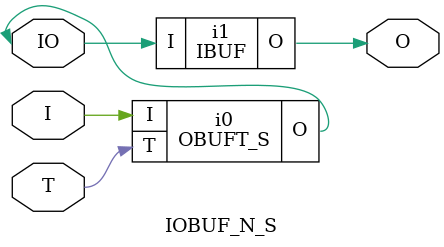
<source format=v>
module ACLK (O, I) /* synthesis black_box */;
    output O;
    input  I;
endmodule
module CLBMAP (A, B, C, D, E, K, DI, EC, RD, X, Y) /* synthesis black_box .noprune=1 */;
    input A, B, C, D, E, K, DI, EC, RD, X, Y;
endmodule
module CLBMAP_PUC (A, B, C, D, E, K, DI, EC, RD, X, Y) /* synthesis black_box .noprune=1 xc_alias="CLBMAP" xc_props="MAP=PUC"*/;
    input A, B, C, D, E, K, DI, EC, RD, X, Y;
endmodule
module CLBMAP_PLC (A, B, C, D, E, K, DI, EC, RD, X, Y) /* synthesis black_box .noprune=1 xc_alias="CLBMAP" xc_props="MAP=PLC"*/;
    input A, B, C, D, E, K, DI, EC, RD, X, Y;
endmodule
module CLBMAP_PUO (A, B, C, D, E, K, DI, EC, RD, X, Y) /* synthesis black_box .noprune=1 xc_alias="CLBMAP" xc_props="MAP=PUO"*/;
    input A, B, C, D, E, K, DI, EC, RD, X, Y;
endmodule
module CLBMAP_PLO (A, B, C, D, E, K, DI, EC, RD, X, Y) /* synthesis black_box .noprune=1 xc_alias="CLBMAP" xc_props="MAP=PLO"*/;
    input A, B, C, D, E, K, DI, EC, RD, X, Y;
endmodule
module CLB (A, B, C, D, E, O1, EC, K, RD, X, Y) /* synthesis black_box */;
    input A, B, C, D, E, O1, EC, K, RD;
    output X, Y;
endmodule
module GCLK (O, I) /* synthesis black_box */;
    output O;
    input  I;
endmodule
module ILD (Q, D, G) /* synthesis black_box xc_alias="INLAT" */;
    output   Q;
    input    G;
    input    D /* synthesis .ispad=1 */;
endmodule
module ILD_INT (Q, D, G) /* synthesis black_box xc_alias="INLAT" */;
    output   Q;
    input    G;
    input    D /* synthesis .ispad=1 */;
endmodule
module AND2 (O, I0, I1) /* synthesis black_box xc_alias="AND"*/;
    output   O;
    input    I0, I1;
endmodule
module AND3 (O, I0, I1, I2) /* synthesis black_box xc_alias="AND"*/;
    output   O;
    input    I0, I1, I2;
endmodule
module AND4 (O, I0, I1, I2, I3) /* synthesis black_box xc_alias="AND"*/;
    output   O;
    input    I0, I1, I2, I3;
endmodule
module AND5 (O, I0, I1, I2, I3, I4) /* synthesis black_box xc_alias="AND" */;
    output   O;
    input    I0, I1, I2, I3, I4;
endmodule
module BUFF (O, I) /* synthesis black_box xc_alias="BUF"*/;
    output   O;
    input    I;
endmodule
module BUFG (O, I) /* synthesis black_box */;
    output   O;
    input    I ;
endmodule
module BUFG_F (O, I) /* synthesis black_box xc_alias="BUFG" xc_props="FAST"*/;
    output   O;
    input    I ;
endmodule
module BUFT (O, I, T) /* synthesis black_box xc_alias="TBUF"*/;
    output   O /* synthesis syn_tristate=1 */;
    input    I, T;
assign O = ~T ? I : 'bz;
endmodule
module FDCE (Q, C, CE, CLR, D) /* synthesis black_box xc_alias="DFF" */;
    output   Q;
    input    C, CE, CLR, D;
endmodule
module FDC (Q, C, CLR, D) /* synthesis black_box xc_alias="DFF" */;
    output   Q;
    input    C, CLR, D;
endmodule
module FDCE_INT (Q, C, CE, CLR, D) /* synthesis black_box xc_alias="DFF" */;
    output   Q;
    input    C, CE, CLR, D;
endmodule
module INV (O, I) /* synthesis black_box */;
    output   O;
    input    I;
endmodule
module FDPI (Q, D, C, PRE);
    output Q;
    input C, D, PRE;
    wire Q_OUT, D_IN;

    INV u1 (D_IN, D);
    FDC u2 (Q_OUT, C, PRE, D_IN);
    INV u3 (Q, Q_OUT);
endmodule
module FDPEI (Q, D, C, CE, PRE);
    output Q;
    input C, D, CE, PRE;
    wire Q_OUT, D_IN;

    INV u1 (D_IN, D);
    FDCE u2 (Q_OUT, C, CE, PRE, D_IN);
    INV u3 (Q, Q_OUT);
endmodule
module IBUF (O, I) /* synthesis black_box */; 
	output   O;
 	input    I /* synthesis .ispad=1 */;
endmodule
module IBUF_U (O, I) /* synthesis black_box xc_alias="IBUF" xc_props="UNBONDED"*/; 
	output   O;
 	input    I /* synthesis .ispad=1 */;
endmodule
module IBUF_CMOS (O, I) /* synthesis black_box xc_alias="IBUF" xc_props="CMOS"*/; 
	output   O;
 	input    I /* synthesis .ispad=1 */;
endmodule
module IBUF_TTL (O, I) /* synthesis black_box xc_alias="IBUF" xc_props="TTL"*/; 
	output   O;
 	input    I /* synthesis .ispad=1 */;
endmodule
module IFD (Q, C, D) /* synthesis black_box xc_alias="INFF" */;
    output   Q;
    input    C;
    input    D /* synthesis .ispad=1 */;
endmodule
module IFD_U (Q, C, D) /* synthesis black_box xc_alias="INFF" xc_props="UNBONDED"*/;
    output   Q;
    input    C;
    input    D /* synthesis .ispad=1 */;
endmodule
module IFD_INT (Q, C, D) /* synthesis black_box xc_alias="INFF" */;
    output   Q;
    input    C;
    input D /* synthesis .ispad=1 */;
endmodule
module NAND2 (O, I0, I1) /* synthesis black_box xc_alias="NAND" */;
    output   O;
    input    I0, I1;
endmodule
module NAND3 (O, I0, I1, I2) /* synthesis black_box xc_alias="NAND" */;
    output   O;
    input    I0, I1, I2;
endmodule
module NAND4 (O, I0, I1, I2, I3) /* synthesis black_box xc_alias="NAND"*/;
    output   O;
    input    I0, I1, I2, I3;
endmodule
module NAND5 (O, I0, I1, I2, I3, I4) /* synthesis black_box xc_alias="NAND"*/;
    output   O;
    input    I0, I1, I2, I3, I4;
endmodule
module NOR2 (O, I0, I1) /* synthesis black_box xc_alias="NOR"*/;
    output   O;
    input    I0, I1;
endmodule
module NOR3 (O, I0, I1, I2) /* synthesis black_box xc_alias="NOR" */;
    output   O;
    input    I0, I1, I2;
endmodule
module NOR4 (O, I0, I1, I2, I3) /* synthesis black_box xc_alias="NOR" */;
    output   O;
    input    I0, I1, I2, I3;
endmodule
module NOR5 (O, I0, I1, I2, I3, I4) /* synthesis black_box xc_alias="NOR"*/;
    output   O;
    input    I0, I1, I2, I3, I4;
endmodule
module OBUF (O, I) /* synthesis black_box */;
    output   O /* synthesis .ispad=1 */;
    input    I;
endmodule
module OBUF_F (O, I) /* synthesis black_box xc_alias="OBUF" xc_props="FAST"*/;
    output   O /* synthesis .ispad=1 */;
    input    I;
endmodule
module OBUF_U (O, I) /* synthesis black_box xc_alias="OBUF" xc_props="UNBONDED"*/;
    output   O /* synthesis .ispad=1 */;
    input    I;
endmodule
module OBUF_INT (O, I) /* synthesis black_box */;
    output   O /* synthesis .ispad=1 */;
    input    I;
endmodule
module OBUFT (O, I, T) /* synthesis black_box */;
    output   O /* synthesis .ispad=1 */;
    input    I, T;
endmodule
module OBUFT_F (O, I, T) /* synthesis black_box xc_alias="OBUFT" xc_props="FAST"*/;
    output   O /* synthesis .ispad=1 */;
    input    I, T;
endmodule
module OBUFT_S (O, I, T) /* synthesis black_box xc_alias="OBUFT" xc_props="SLOW"*/;
    output   O /* synthesis .ispad=1 */;
    input    I, T;
endmodule
module OBUFT_INT (O, I, T) /* synthesis black_box */;
    output   O /* synthesis .ispad=1 */;
    input    I, T;
endmodule
module OFD (Q, C, D) /* synthesis black_box xc_alias="OUTFF" */;
    output   Q /* synthesis .ispad=1 */;
    input    C, D;
endmodule
module OFD_F (Q, C, D) /* synthesis black_box xc_alias="OUTFF" xc_props="FAST"*/;
    output   Q /* synthesis .ispad=1 */;
    input    C, D;
endmodule
module OFD_FU (Q, C, D) /* synthesis black_box xc_alias="OUTFF" xc_props="FAST, UNBONDED"*/;
    output   Q /* synthesis .ispad=1 */;
    input    C, D;
endmodule
module OFD_U (Q, C, D) /* synthesis black_box xc_alias="OUTFF" xc_props="UNBONDED"*/;
    output   Q /* synthesis .ispad=1 */;
    input    C, D;
endmodule
module OFD_INT (Q, C, D) /* synthesis black_box xc_alias="OUTFF" */;
    output   Q /* synthesis .ispad=1 */;
    input    C, D;
endmodule
module OFDT (O, C, D, T) /* synthesis black_box xc_alias="OUTFFT" */;
    output   O /* synthesis .ispad=1 */;
    input    C, D, T;
endmodule
module OFDT_F (O, C, D, T) /* synthesis black_box xc_alias="OUTFFT" xc_props="FAST"*/;
    output   O /* synthesis .ispad=1 */;
    input    C, D, T;
endmodule
module OFDT_INT (O, C, D, T) /* synthesis black_box xc_alias="OUTFFT" */;
    output   O /* synthesis .ispad=1 */;
    input    C, D, T;
endmodule
module OR2 (O, I0, I1) /* synthesis black_box xc_alias="OR"*/;
    output   O;
    input    I0, I1;
endmodule
module OR3 (O, I0, I1, I2) /* synthesis black_box xc_alias="OR" */;
    output   O;
    input    I0, I1, I2;
endmodule
module OR4 (O, I0, I1, I2, I3) /* synthesis black_box xc_alias="OR" */;
    output   O;
    input    I0, I1, I2, I3;
endmodule
module OR5 (O, I0, I1, I2, I3, I4) /* synthesis black_box xc_alias="OR" */;
    output   O;
    input    I0, I1, I2, I3, I4;
endmodule
module OSC (O) /* synthesis black_box .noprune=1 */;
  output    O;
endmodule
module GXTL (O) /* synthesis .noprune=1 */;
  output    O;
  wire OSCOUT;
  OSC i2 (OSCOUT);
  ACLK i1 (O, OSCOUT);
endmodule
module PULLUP (O) /* synthesis black_box .noprune=1 */;
`ifdef synthesis
  input O;
`else
  output O;
`endif
endmodule
module PULLUP1 (O) /* synthesis .noprune=1 */;
`ifdef synthesis
  input O;
`else
  output O;
`endif
 PULLUP p(O);
endmodule
module XGND(GROUND) /* synthesis black_box .noprune=1 xc_alias="GND"*/;
  output GROUND;
endmodule
module XNOR2 (O, I0, I1) /* synthesis black_box xc_alias="XNOR"*/;
    output   O;
    input    I0, I1;
endmodule
module XNOR3 (O, I0, I1, I2) /* synthesis black_box xc_alias=XNOR"*/;
    output   O;
    input    I0, I1, I2;
endmodule
module XNOR4 (O, I0, I1, I2, I3) /* synthesis black_box xc_alias="XNOR"*/;
    output   O;
    input    I0, I1, I2, I3;
endmodule
module XNOR5 (O, I0, I1, I2, I3, I4) /* synthesis black_box xc_alias="XNOR"*/;
    output   O;
    input    I0, I1, I2, I3, I4;
endmodule
module XOR2 (O, I0, I1) /* synthesis black_box xc_alias="XOR"*/;
    output   O;
    input    I0, I1;
endmodule
module XOR3 (O, I0, I1, I2) /* synthesis black_box xc_alias="XOR"*/;
    output   O;
    input    I0, I1, I2;
endmodule
module XOR4 (O, I0, I1, I2, I3) /* synthesis black_box xc_alias="XOR"*/;
    output   O;
    input    I0, I1, I2, I3;
endmodule
module XOR5 (O, I0, I1, I2, I3, I4) /* synthesis black_box xc_alias="XOR"*/;
    output   O;
    input    I0, I1, I2, I3, I4;
endmodule
module XVCC(POWER) /* synthesis black_box xc_alias="VCC"*/;
  output POWER;
endmodule
module IOBUF (O, IO, I, T) /* synthesis black_box */;
    output O;
    inout IO /* synthesis .ispad=1 */;
    input I,T;

    OBUFT_S i0 (IO, I, T);
    IBUF i1 (O, IO);
endmodule
module IOBUF_N_F (O, IO, I, T) /* synthesis black_box */ ;
    output O;
    inout IO /* synthesis .ispad=1 */;
    input I,T;

    OBUFT_F i0 (IO, I, T);
    IBUF i1 (O, IO);
endmodule
module IOBUF_N_S (O, IO, I, T) /* synthesis black_box */;
    output O;
    inout IO /* synthesis .ispad=1 */;
    input I,T;

    OBUFT_S i0 (IO, I, T);
    IBUF i1 (O, IO);
endmodule

</source>
